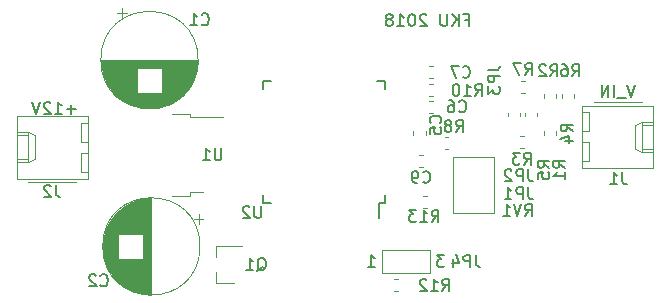
<source format=gbr>
G04 #@! TF.GenerationSoftware,KiCad,Pcbnew,(6.0.0-rc1-dev-950-ga5c892d9c)*
G04 #@! TF.CreationDate,2018-10-25T20:30:48+02:00*
G04 #@! TF.ProjectId,adc_7seg_v0,6164635F377365675F76302E6B696361,rev?*
G04 #@! TF.SameCoordinates,Original*
G04 #@! TF.FileFunction,Legend,Bot*
G04 #@! TF.FilePolarity,Positive*
%FSLAX46Y46*%
G04 Gerber Fmt 4.6, Leading zero omitted, Abs format (unit mm)*
G04 Created by KiCad (PCBNEW (6.0.0-rc1-dev-950-ga5c892d9c)) date 25.10.2018 20:30:48*
%MOMM*%
%LPD*%
G01*
G04 APERTURE LIST*
%ADD10C,0.150000*%
%ADD11C,0.120000*%
G04 APERTURE END LIST*
D10*
X196905166Y-80129071D02*
X197238500Y-80129071D01*
X197238500Y-80652880D02*
X197238500Y-79652880D01*
X196762309Y-79652880D01*
X196381357Y-80652880D02*
X196381357Y-79652880D01*
X195809928Y-80652880D02*
X196238500Y-80081452D01*
X195809928Y-79652880D02*
X196381357Y-80224309D01*
X195381357Y-79652880D02*
X195381357Y-80462404D01*
X195333738Y-80557642D01*
X195286119Y-80605261D01*
X195190880Y-80652880D01*
X195000404Y-80652880D01*
X194905166Y-80605261D01*
X194857547Y-80557642D01*
X194809928Y-80462404D01*
X194809928Y-79652880D01*
X193619452Y-79748119D02*
X193571833Y-79700500D01*
X193476595Y-79652880D01*
X193238500Y-79652880D01*
X193143261Y-79700500D01*
X193095642Y-79748119D01*
X193048023Y-79843357D01*
X193048023Y-79938595D01*
X193095642Y-80081452D01*
X193667071Y-80652880D01*
X193048023Y-80652880D01*
X192428976Y-79652880D02*
X192333738Y-79652880D01*
X192238500Y-79700500D01*
X192190880Y-79748119D01*
X192143261Y-79843357D01*
X192095642Y-80033833D01*
X192095642Y-80271928D01*
X192143261Y-80462404D01*
X192190880Y-80557642D01*
X192238500Y-80605261D01*
X192333738Y-80652880D01*
X192428976Y-80652880D01*
X192524214Y-80605261D01*
X192571833Y-80557642D01*
X192619452Y-80462404D01*
X192667071Y-80271928D01*
X192667071Y-80033833D01*
X192619452Y-79843357D01*
X192571833Y-79748119D01*
X192524214Y-79700500D01*
X192428976Y-79652880D01*
X191143261Y-80652880D02*
X191714690Y-80652880D01*
X191428976Y-80652880D02*
X191428976Y-79652880D01*
X191524214Y-79795738D01*
X191619452Y-79890976D01*
X191714690Y-79938595D01*
X190571833Y-80081452D02*
X190667071Y-80033833D01*
X190714690Y-79986214D01*
X190762309Y-79890976D01*
X190762309Y-79843357D01*
X190714690Y-79748119D01*
X190667071Y-79700500D01*
X190571833Y-79652880D01*
X190381357Y-79652880D01*
X190286119Y-79700500D01*
X190238500Y-79748119D01*
X190190880Y-79843357D01*
X190190880Y-79890976D01*
X190238500Y-79986214D01*
X190286119Y-80033833D01*
X190381357Y-80081452D01*
X190571833Y-80081452D01*
X190667071Y-80129071D01*
X190714690Y-80176690D01*
X190762309Y-80271928D01*
X190762309Y-80462404D01*
X190714690Y-80557642D01*
X190667071Y-80605261D01*
X190571833Y-80652880D01*
X190381357Y-80652880D01*
X190286119Y-80605261D01*
X190238500Y-80557642D01*
X190190880Y-80462404D01*
X190190880Y-80271928D01*
X190238500Y-80176690D01*
X190286119Y-80129071D01*
X190381357Y-80081452D01*
X211280190Y-85685380D02*
X210946857Y-86685380D01*
X210613523Y-85685380D01*
X210518285Y-86780619D02*
X209756380Y-86780619D01*
X209518285Y-86685380D02*
X209518285Y-85685380D01*
X209042095Y-86685380D02*
X209042095Y-85685380D01*
X208470666Y-86685380D01*
X208470666Y-85685380D01*
X163940904Y-87701428D02*
X163179000Y-87701428D01*
X163559952Y-88082380D02*
X163559952Y-87320476D01*
X162179000Y-88082380D02*
X162750428Y-88082380D01*
X162464714Y-88082380D02*
X162464714Y-87082380D01*
X162559952Y-87225238D01*
X162655190Y-87320476D01*
X162750428Y-87368095D01*
X161798047Y-87177619D02*
X161750428Y-87130000D01*
X161655190Y-87082380D01*
X161417095Y-87082380D01*
X161321857Y-87130000D01*
X161274238Y-87177619D01*
X161226619Y-87272857D01*
X161226619Y-87368095D01*
X161274238Y-87510952D01*
X161845666Y-88082380D01*
X161226619Y-88082380D01*
X160940904Y-87082380D02*
X160607571Y-88082380D01*
X160274238Y-87082380D01*
D11*
G04 #@! TO.C,J2*
X164355000Y-88862000D02*
X164955000Y-88862000D01*
X164355000Y-90462000D02*
X164355000Y-88862000D01*
X164955000Y-90462000D02*
X164355000Y-90462000D01*
X164355000Y-91402000D02*
X164955000Y-91402000D01*
X164355000Y-93002000D02*
X164355000Y-91402000D01*
X164955000Y-93002000D02*
X164355000Y-93002000D01*
X158935000Y-89912000D02*
X159935000Y-89912000D01*
X158935000Y-91952000D02*
X159935000Y-91952000D01*
X160465000Y-89912000D02*
X159935000Y-89662000D01*
X160465000Y-91952000D02*
X160465000Y-89912000D01*
X159935000Y-92202000D02*
X160465000Y-91952000D01*
X159935000Y-89662000D02*
X158935000Y-89662000D01*
X159935000Y-92202000D02*
X159935000Y-89662000D01*
X158935000Y-92202000D02*
X159935000Y-92202000D01*
X163925000Y-93872000D02*
X159925000Y-93872000D01*
X164955000Y-88282000D02*
X164955000Y-93582000D01*
X158935000Y-88282000D02*
X164955000Y-88282000D01*
X158935000Y-93582000D02*
X158935000Y-88282000D01*
X164955000Y-93582000D02*
X158935000Y-93582000D01*
G04 #@! TO.C,Q1*
X175833500Y-102418000D02*
X175833500Y-101488000D01*
X175833500Y-99258000D02*
X175833500Y-100188000D01*
X175833500Y-99258000D02*
X177993500Y-99258000D01*
X175833500Y-102418000D02*
X177293500Y-102418000D01*
G04 #@! TO.C,RV1*
X195862000Y-96507000D02*
X195862000Y-91707000D01*
X199362000Y-96507000D02*
X199362000Y-91707000D01*
X199362000Y-96507000D02*
X195862000Y-96507000D01*
X199362000Y-91707000D02*
X195862000Y-91707000D01*
D10*
G04 #@! TO.C,U2*
X190150500Y-95662500D02*
X189575500Y-95662500D01*
X190150500Y-85312500D02*
X189475500Y-85312500D01*
X179800500Y-85312500D02*
X180475500Y-85312500D01*
X179800500Y-95662500D02*
X180475500Y-95662500D01*
X190150500Y-95662500D02*
X190150500Y-94987500D01*
X179800500Y-95662500D02*
X179800500Y-94987500D01*
X179800500Y-85312500D02*
X179800500Y-85987500D01*
X190150500Y-85312500D02*
X190150500Y-85987500D01*
X189575500Y-95662500D02*
X189575500Y-96937500D01*
D11*
G04 #@! TO.C,U1*
X172107000Y-88117000D02*
X173607000Y-88117000D01*
X173607000Y-88117000D02*
X173607000Y-88387000D01*
X173607000Y-88387000D02*
X176437000Y-88387000D01*
X172107000Y-95017000D02*
X173607000Y-95017000D01*
X173607000Y-95017000D02*
X173607000Y-94747000D01*
X173607000Y-94747000D02*
X174707000Y-94747000D01*
G04 #@! TO.C,R13*
X193647279Y-95057500D02*
X193321721Y-95057500D01*
X193647279Y-96077500D02*
X193321721Y-96077500D01*
G04 #@! TO.C,R12*
X191234279Y-103126000D02*
X190908721Y-103126000D01*
X191234279Y-102106000D02*
X190908721Y-102106000D01*
G04 #@! TO.C,R10*
X193829721Y-86552500D02*
X194155279Y-86552500D01*
X193829721Y-85532500D02*
X194155279Y-85532500D01*
G04 #@! TO.C,R8*
X195163221Y-91061000D02*
X195488779Y-91061000D01*
X195163221Y-90041000D02*
X195488779Y-90041000D01*
G04 #@! TO.C,R7*
X201991179Y-85291200D02*
X201665621Y-85291200D01*
X201991179Y-86311200D02*
X201665621Y-86311200D01*
G04 #@! TO.C,R6*
X206148400Y-86725979D02*
X206148400Y-86400421D01*
X205128400Y-86725979D02*
X205128400Y-86400421D01*
G04 #@! TO.C,R5*
X201512900Y-88313479D02*
X201512900Y-87987921D01*
X200492900Y-88313479D02*
X200492900Y-87987921D01*
G04 #@! TO.C,R4*
X204624400Y-89900979D02*
X204624400Y-89575421D01*
X203604400Y-89900979D02*
X203604400Y-89575421D01*
G04 #@! TO.C,R3*
X201538621Y-91010200D02*
X201864179Y-91010200D01*
X201538621Y-89990200D02*
X201864179Y-89990200D01*
G04 #@! TO.C,R2*
X204624400Y-86725979D02*
X204624400Y-86400421D01*
X203604400Y-86725979D02*
X203604400Y-86400421D01*
G04 #@! TO.C,R1*
X202973400Y-88313479D02*
X202973400Y-87987921D01*
X201953400Y-88313479D02*
X201953400Y-87987921D01*
G04 #@! TO.C,JP4*
X189847000Y-101584000D02*
X193947000Y-101584000D01*
X193947000Y-101584000D02*
X193947000Y-99584000D01*
X193947000Y-99584000D02*
X189847000Y-99584000D01*
X189847000Y-99584000D02*
X189847000Y-101584000D01*
G04 #@! TO.C,J1*
X206824800Y-87393000D02*
X212844800Y-87393000D01*
X212844800Y-87393000D02*
X212844800Y-92693000D01*
X212844800Y-92693000D02*
X206824800Y-92693000D01*
X206824800Y-92693000D02*
X206824800Y-87393000D01*
X207854800Y-87103000D02*
X211854800Y-87103000D01*
X212844800Y-88773000D02*
X211844800Y-88773000D01*
X211844800Y-88773000D02*
X211844800Y-91313000D01*
X211844800Y-91313000D02*
X212844800Y-91313000D01*
X211844800Y-88773000D02*
X211314800Y-89023000D01*
X211314800Y-89023000D02*
X211314800Y-91063000D01*
X211314800Y-91063000D02*
X211844800Y-91313000D01*
X212844800Y-89023000D02*
X211844800Y-89023000D01*
X212844800Y-91063000D02*
X211844800Y-91063000D01*
X206824800Y-87973000D02*
X207424800Y-87973000D01*
X207424800Y-87973000D02*
X207424800Y-89573000D01*
X207424800Y-89573000D02*
X206824800Y-89573000D01*
X206824800Y-90513000D02*
X207424800Y-90513000D01*
X207424800Y-90513000D02*
X207424800Y-92113000D01*
X207424800Y-92113000D02*
X206824800Y-92113000D01*
G04 #@! TO.C,C9*
X193329779Y-91565000D02*
X193004221Y-91565000D01*
X193329779Y-92585000D02*
X193004221Y-92585000D01*
G04 #@! TO.C,C7*
X193829721Y-85092000D02*
X194155279Y-85092000D01*
X193829721Y-84072000D02*
X194155279Y-84072000D01*
G04 #@! TO.C,C6*
X193829721Y-88013000D02*
X194155279Y-88013000D01*
X193829721Y-86993000D02*
X194155279Y-86993000D01*
G04 #@! TO.C,C5*
X193550000Y-89888279D02*
X193550000Y-89562721D01*
X192530000Y-89888279D02*
X192530000Y-89562721D01*
G04 #@! TO.C,C2*
X174344698Y-96599000D02*
X174344698Y-97399000D01*
X174744698Y-96999000D02*
X173944698Y-96999000D01*
X166254000Y-98781000D02*
X166254000Y-99847000D01*
X166294000Y-98546000D02*
X166294000Y-100082000D01*
X166334000Y-98366000D02*
X166334000Y-100262000D01*
X166374000Y-98216000D02*
X166374000Y-100412000D01*
X166414000Y-98085000D02*
X166414000Y-100543000D01*
X166454000Y-97968000D02*
X166454000Y-100660000D01*
X166494000Y-97861000D02*
X166494000Y-100767000D01*
X166534000Y-97762000D02*
X166534000Y-100866000D01*
X166574000Y-97669000D02*
X166574000Y-100959000D01*
X166614000Y-97583000D02*
X166614000Y-101045000D01*
X166654000Y-97501000D02*
X166654000Y-101127000D01*
X166694000Y-97424000D02*
X166694000Y-101204000D01*
X166734000Y-97350000D02*
X166734000Y-101278000D01*
X166774000Y-97280000D02*
X166774000Y-101348000D01*
X166814000Y-97212000D02*
X166814000Y-101416000D01*
X166854000Y-97148000D02*
X166854000Y-101480000D01*
X166894000Y-97086000D02*
X166894000Y-101542000D01*
X166934000Y-97027000D02*
X166934000Y-101601000D01*
X166974000Y-96969000D02*
X166974000Y-101659000D01*
X167014000Y-96914000D02*
X167014000Y-101714000D01*
X167054000Y-96860000D02*
X167054000Y-101768000D01*
X167094000Y-96809000D02*
X167094000Y-101819000D01*
X167134000Y-96758000D02*
X167134000Y-101870000D01*
X167174000Y-96710000D02*
X167174000Y-101918000D01*
X167214000Y-96663000D02*
X167214000Y-101965000D01*
X167254000Y-96617000D02*
X167254000Y-102011000D01*
X167294000Y-96573000D02*
X167294000Y-102055000D01*
X167334000Y-96530000D02*
X167334000Y-102098000D01*
X167374000Y-96488000D02*
X167374000Y-102140000D01*
X167414000Y-96447000D02*
X167414000Y-102181000D01*
X167454000Y-96407000D02*
X167454000Y-102221000D01*
X167494000Y-96369000D02*
X167494000Y-102259000D01*
X167534000Y-96331000D02*
X167534000Y-102297000D01*
X167574000Y-100354000D02*
X167574000Y-102333000D01*
X167574000Y-96295000D02*
X167574000Y-98274000D01*
X167614000Y-100354000D02*
X167614000Y-102369000D01*
X167614000Y-96259000D02*
X167614000Y-98274000D01*
X167654000Y-100354000D02*
X167654000Y-102404000D01*
X167654000Y-96224000D02*
X167654000Y-98274000D01*
X167694000Y-100354000D02*
X167694000Y-102438000D01*
X167694000Y-96190000D02*
X167694000Y-98274000D01*
X167734000Y-100354000D02*
X167734000Y-102470000D01*
X167734000Y-96158000D02*
X167734000Y-98274000D01*
X167774000Y-100354000D02*
X167774000Y-102503000D01*
X167774000Y-96125000D02*
X167774000Y-98274000D01*
X167814000Y-100354000D02*
X167814000Y-102534000D01*
X167814000Y-96094000D02*
X167814000Y-98274000D01*
X167854000Y-100354000D02*
X167854000Y-102564000D01*
X167854000Y-96064000D02*
X167854000Y-98274000D01*
X167894000Y-100354000D02*
X167894000Y-102594000D01*
X167894000Y-96034000D02*
X167894000Y-98274000D01*
X167934000Y-100354000D02*
X167934000Y-102623000D01*
X167934000Y-96005000D02*
X167934000Y-98274000D01*
X167974000Y-100354000D02*
X167974000Y-102652000D01*
X167974000Y-95976000D02*
X167974000Y-98274000D01*
X168014000Y-100354000D02*
X168014000Y-102679000D01*
X168014000Y-95949000D02*
X168014000Y-98274000D01*
X168054000Y-100354000D02*
X168054000Y-102706000D01*
X168054000Y-95922000D02*
X168054000Y-98274000D01*
X168094000Y-100354000D02*
X168094000Y-102732000D01*
X168094000Y-95896000D02*
X168094000Y-98274000D01*
X168134000Y-100354000D02*
X168134000Y-102758000D01*
X168134000Y-95870000D02*
X168134000Y-98274000D01*
X168174000Y-100354000D02*
X168174000Y-102783000D01*
X168174000Y-95845000D02*
X168174000Y-98274000D01*
X168214000Y-100354000D02*
X168214000Y-102807000D01*
X168214000Y-95821000D02*
X168214000Y-98274000D01*
X168254000Y-100354000D02*
X168254000Y-102831000D01*
X168254000Y-95797000D02*
X168254000Y-98274000D01*
X168294000Y-100354000D02*
X168294000Y-102854000D01*
X168294000Y-95774000D02*
X168294000Y-98274000D01*
X168334000Y-100354000D02*
X168334000Y-102876000D01*
X168334000Y-95752000D02*
X168334000Y-98274000D01*
X168374000Y-100354000D02*
X168374000Y-102898000D01*
X168374000Y-95730000D02*
X168374000Y-98274000D01*
X168414000Y-100354000D02*
X168414000Y-102920000D01*
X168414000Y-95708000D02*
X168414000Y-98274000D01*
X168454000Y-100354000D02*
X168454000Y-102941000D01*
X168454000Y-95687000D02*
X168454000Y-98274000D01*
X168494000Y-100354000D02*
X168494000Y-102961000D01*
X168494000Y-95667000D02*
X168494000Y-98274000D01*
X168534000Y-100354000D02*
X168534000Y-102980000D01*
X168534000Y-95648000D02*
X168534000Y-98274000D01*
X168574000Y-100354000D02*
X168574000Y-103000000D01*
X168574000Y-95628000D02*
X168574000Y-98274000D01*
X168614000Y-100354000D02*
X168614000Y-103018000D01*
X168614000Y-95610000D02*
X168614000Y-98274000D01*
X168654000Y-100354000D02*
X168654000Y-103036000D01*
X168654000Y-95592000D02*
X168654000Y-98274000D01*
X168694000Y-100354000D02*
X168694000Y-103054000D01*
X168694000Y-95574000D02*
X168694000Y-98274000D01*
X168734000Y-100354000D02*
X168734000Y-103071000D01*
X168734000Y-95557000D02*
X168734000Y-98274000D01*
X168774000Y-100354000D02*
X168774000Y-103088000D01*
X168774000Y-95540000D02*
X168774000Y-98274000D01*
X168814000Y-100354000D02*
X168814000Y-103104000D01*
X168814000Y-95524000D02*
X168814000Y-98274000D01*
X168854000Y-100354000D02*
X168854000Y-103119000D01*
X168854000Y-95509000D02*
X168854000Y-98274000D01*
X168894000Y-100354000D02*
X168894000Y-103135000D01*
X168894000Y-95493000D02*
X168894000Y-98274000D01*
X168934000Y-100354000D02*
X168934000Y-103149000D01*
X168934000Y-95479000D02*
X168934000Y-98274000D01*
X168974000Y-100354000D02*
X168974000Y-103164000D01*
X168974000Y-95464000D02*
X168974000Y-98274000D01*
X169014000Y-100354000D02*
X169014000Y-103177000D01*
X169014000Y-95451000D02*
X169014000Y-98274000D01*
X169054000Y-100354000D02*
X169054000Y-103191000D01*
X169054000Y-95437000D02*
X169054000Y-98274000D01*
X169094000Y-100354000D02*
X169094000Y-103203000D01*
X169094000Y-95425000D02*
X169094000Y-98274000D01*
X169134000Y-100354000D02*
X169134000Y-103216000D01*
X169134000Y-95412000D02*
X169134000Y-98274000D01*
X169174000Y-100354000D02*
X169174000Y-103228000D01*
X169174000Y-95400000D02*
X169174000Y-98274000D01*
X169214000Y-100354000D02*
X169214000Y-103239000D01*
X169214000Y-95389000D02*
X169214000Y-98274000D01*
X169254000Y-100354000D02*
X169254000Y-103250000D01*
X169254000Y-95378000D02*
X169254000Y-98274000D01*
X169294000Y-100354000D02*
X169294000Y-103261000D01*
X169294000Y-95367000D02*
X169294000Y-98274000D01*
X169334000Y-100354000D02*
X169334000Y-103271000D01*
X169334000Y-95357000D02*
X169334000Y-98274000D01*
X169374000Y-100354000D02*
X169374000Y-103281000D01*
X169374000Y-95347000D02*
X169374000Y-98274000D01*
X169414000Y-100354000D02*
X169414000Y-103290000D01*
X169414000Y-95338000D02*
X169414000Y-98274000D01*
X169454000Y-100354000D02*
X169454000Y-103299000D01*
X169454000Y-95329000D02*
X169454000Y-98274000D01*
X169494000Y-100354000D02*
X169494000Y-103308000D01*
X169494000Y-95320000D02*
X169494000Y-98274000D01*
X169534000Y-100354000D02*
X169534000Y-103316000D01*
X169534000Y-95312000D02*
X169534000Y-98274000D01*
X169574000Y-100354000D02*
X169574000Y-103324000D01*
X169574000Y-95304000D02*
X169574000Y-98274000D01*
X169614000Y-100354000D02*
X169614000Y-103331000D01*
X169614000Y-95297000D02*
X169614000Y-98274000D01*
X169655000Y-95290000D02*
X169655000Y-103338000D01*
X169695000Y-95284000D02*
X169695000Y-103344000D01*
X169735000Y-95277000D02*
X169735000Y-103351000D01*
X169775000Y-95272000D02*
X169775000Y-103356000D01*
X169815000Y-95266000D02*
X169815000Y-103362000D01*
X169855000Y-95262000D02*
X169855000Y-103366000D01*
X169895000Y-95257000D02*
X169895000Y-103371000D01*
X169935000Y-95253000D02*
X169935000Y-103375000D01*
X169975000Y-95249000D02*
X169975000Y-103379000D01*
X170015000Y-95246000D02*
X170015000Y-103382000D01*
X170055000Y-95243000D02*
X170055000Y-103385000D01*
X170095000Y-95240000D02*
X170095000Y-103388000D01*
X170135000Y-95238000D02*
X170135000Y-103390000D01*
X170175000Y-95237000D02*
X170175000Y-103391000D01*
X170215000Y-95235000D02*
X170215000Y-103393000D01*
X170255000Y-95234000D02*
X170255000Y-103394000D01*
X170295000Y-95234000D02*
X170295000Y-103394000D01*
X170335000Y-95234000D02*
X170335000Y-103394000D01*
X174455000Y-99314000D02*
G75*
G03X174455000Y-99314000I-4120000J0D01*
G01*
G04 #@! TO.C,C1*
X167465000Y-79528302D02*
X168265000Y-79528302D01*
X167865000Y-79128302D02*
X167865000Y-79928302D01*
X169647000Y-87619000D02*
X170713000Y-87619000D01*
X169412000Y-87579000D02*
X170948000Y-87579000D01*
X169232000Y-87539000D02*
X171128000Y-87539000D01*
X169082000Y-87499000D02*
X171278000Y-87499000D01*
X168951000Y-87459000D02*
X171409000Y-87459000D01*
X168834000Y-87419000D02*
X171526000Y-87419000D01*
X168727000Y-87379000D02*
X171633000Y-87379000D01*
X168628000Y-87339000D02*
X171732000Y-87339000D01*
X168535000Y-87299000D02*
X171825000Y-87299000D01*
X168449000Y-87259000D02*
X171911000Y-87259000D01*
X168367000Y-87219000D02*
X171993000Y-87219000D01*
X168290000Y-87179000D02*
X172070000Y-87179000D01*
X168216000Y-87139000D02*
X172144000Y-87139000D01*
X168146000Y-87099000D02*
X172214000Y-87099000D01*
X168078000Y-87059000D02*
X172282000Y-87059000D01*
X168014000Y-87019000D02*
X172346000Y-87019000D01*
X167952000Y-86979000D02*
X172408000Y-86979000D01*
X167893000Y-86939000D02*
X172467000Y-86939000D01*
X167835000Y-86899000D02*
X172525000Y-86899000D01*
X167780000Y-86859000D02*
X172580000Y-86859000D01*
X167726000Y-86819000D02*
X172634000Y-86819000D01*
X167675000Y-86779000D02*
X172685000Y-86779000D01*
X167624000Y-86739000D02*
X172736000Y-86739000D01*
X167576000Y-86699000D02*
X172784000Y-86699000D01*
X167529000Y-86659000D02*
X172831000Y-86659000D01*
X167483000Y-86619000D02*
X172877000Y-86619000D01*
X167439000Y-86579000D02*
X172921000Y-86579000D01*
X167396000Y-86539000D02*
X172964000Y-86539000D01*
X167354000Y-86499000D02*
X173006000Y-86499000D01*
X167313000Y-86459000D02*
X173047000Y-86459000D01*
X167273000Y-86419000D02*
X173087000Y-86419000D01*
X167235000Y-86379000D02*
X173125000Y-86379000D01*
X167197000Y-86339000D02*
X173163000Y-86339000D01*
X171220000Y-86299000D02*
X173199000Y-86299000D01*
X167161000Y-86299000D02*
X169140000Y-86299000D01*
X171220000Y-86259000D02*
X173235000Y-86259000D01*
X167125000Y-86259000D02*
X169140000Y-86259000D01*
X171220000Y-86219000D02*
X173270000Y-86219000D01*
X167090000Y-86219000D02*
X169140000Y-86219000D01*
X171220000Y-86179000D02*
X173304000Y-86179000D01*
X167056000Y-86179000D02*
X169140000Y-86179000D01*
X171220000Y-86139000D02*
X173336000Y-86139000D01*
X167024000Y-86139000D02*
X169140000Y-86139000D01*
X171220000Y-86099000D02*
X173369000Y-86099000D01*
X166991000Y-86099000D02*
X169140000Y-86099000D01*
X171220000Y-86059000D02*
X173400000Y-86059000D01*
X166960000Y-86059000D02*
X169140000Y-86059000D01*
X171220000Y-86019000D02*
X173430000Y-86019000D01*
X166930000Y-86019000D02*
X169140000Y-86019000D01*
X171220000Y-85979000D02*
X173460000Y-85979000D01*
X166900000Y-85979000D02*
X169140000Y-85979000D01*
X171220000Y-85939000D02*
X173489000Y-85939000D01*
X166871000Y-85939000D02*
X169140000Y-85939000D01*
X171220000Y-85899000D02*
X173518000Y-85899000D01*
X166842000Y-85899000D02*
X169140000Y-85899000D01*
X171220000Y-85859000D02*
X173545000Y-85859000D01*
X166815000Y-85859000D02*
X169140000Y-85859000D01*
X171220000Y-85819000D02*
X173572000Y-85819000D01*
X166788000Y-85819000D02*
X169140000Y-85819000D01*
X171220000Y-85779000D02*
X173598000Y-85779000D01*
X166762000Y-85779000D02*
X169140000Y-85779000D01*
X171220000Y-85739000D02*
X173624000Y-85739000D01*
X166736000Y-85739000D02*
X169140000Y-85739000D01*
X171220000Y-85699000D02*
X173649000Y-85699000D01*
X166711000Y-85699000D02*
X169140000Y-85699000D01*
X171220000Y-85659000D02*
X173673000Y-85659000D01*
X166687000Y-85659000D02*
X169140000Y-85659000D01*
X171220000Y-85619000D02*
X173697000Y-85619000D01*
X166663000Y-85619000D02*
X169140000Y-85619000D01*
X171220000Y-85579000D02*
X173720000Y-85579000D01*
X166640000Y-85579000D02*
X169140000Y-85579000D01*
X171220000Y-85539000D02*
X173742000Y-85539000D01*
X166618000Y-85539000D02*
X169140000Y-85539000D01*
X171220000Y-85499000D02*
X173764000Y-85499000D01*
X166596000Y-85499000D02*
X169140000Y-85499000D01*
X171220000Y-85459000D02*
X173786000Y-85459000D01*
X166574000Y-85459000D02*
X169140000Y-85459000D01*
X171220000Y-85419000D02*
X173807000Y-85419000D01*
X166553000Y-85419000D02*
X169140000Y-85419000D01*
X171220000Y-85379000D02*
X173827000Y-85379000D01*
X166533000Y-85379000D02*
X169140000Y-85379000D01*
X171220000Y-85339000D02*
X173846000Y-85339000D01*
X166514000Y-85339000D02*
X169140000Y-85339000D01*
X171220000Y-85299000D02*
X173866000Y-85299000D01*
X166494000Y-85299000D02*
X169140000Y-85299000D01*
X171220000Y-85259000D02*
X173884000Y-85259000D01*
X166476000Y-85259000D02*
X169140000Y-85259000D01*
X171220000Y-85219000D02*
X173902000Y-85219000D01*
X166458000Y-85219000D02*
X169140000Y-85219000D01*
X171220000Y-85179000D02*
X173920000Y-85179000D01*
X166440000Y-85179000D02*
X169140000Y-85179000D01*
X171220000Y-85139000D02*
X173937000Y-85139000D01*
X166423000Y-85139000D02*
X169140000Y-85139000D01*
X171220000Y-85099000D02*
X173954000Y-85099000D01*
X166406000Y-85099000D02*
X169140000Y-85099000D01*
X171220000Y-85059000D02*
X173970000Y-85059000D01*
X166390000Y-85059000D02*
X169140000Y-85059000D01*
X171220000Y-85019000D02*
X173985000Y-85019000D01*
X166375000Y-85019000D02*
X169140000Y-85019000D01*
X171220000Y-84979000D02*
X174001000Y-84979000D01*
X166359000Y-84979000D02*
X169140000Y-84979000D01*
X171220000Y-84939000D02*
X174015000Y-84939000D01*
X166345000Y-84939000D02*
X169140000Y-84939000D01*
X171220000Y-84899000D02*
X174030000Y-84899000D01*
X166330000Y-84899000D02*
X169140000Y-84899000D01*
X171220000Y-84859000D02*
X174043000Y-84859000D01*
X166317000Y-84859000D02*
X169140000Y-84859000D01*
X171220000Y-84819000D02*
X174057000Y-84819000D01*
X166303000Y-84819000D02*
X169140000Y-84819000D01*
X171220000Y-84779000D02*
X174069000Y-84779000D01*
X166291000Y-84779000D02*
X169140000Y-84779000D01*
X171220000Y-84739000D02*
X174082000Y-84739000D01*
X166278000Y-84739000D02*
X169140000Y-84739000D01*
X171220000Y-84699000D02*
X174094000Y-84699000D01*
X166266000Y-84699000D02*
X169140000Y-84699000D01*
X171220000Y-84659000D02*
X174105000Y-84659000D01*
X166255000Y-84659000D02*
X169140000Y-84659000D01*
X171220000Y-84619000D02*
X174116000Y-84619000D01*
X166244000Y-84619000D02*
X169140000Y-84619000D01*
X171220000Y-84579000D02*
X174127000Y-84579000D01*
X166233000Y-84579000D02*
X169140000Y-84579000D01*
X171220000Y-84539000D02*
X174137000Y-84539000D01*
X166223000Y-84539000D02*
X169140000Y-84539000D01*
X171220000Y-84499000D02*
X174147000Y-84499000D01*
X166213000Y-84499000D02*
X169140000Y-84499000D01*
X171220000Y-84459000D02*
X174156000Y-84459000D01*
X166204000Y-84459000D02*
X169140000Y-84459000D01*
X171220000Y-84419000D02*
X174165000Y-84419000D01*
X166195000Y-84419000D02*
X169140000Y-84419000D01*
X171220000Y-84379000D02*
X174174000Y-84379000D01*
X166186000Y-84379000D02*
X169140000Y-84379000D01*
X171220000Y-84339000D02*
X174182000Y-84339000D01*
X166178000Y-84339000D02*
X169140000Y-84339000D01*
X171220000Y-84299000D02*
X174190000Y-84299000D01*
X166170000Y-84299000D02*
X169140000Y-84299000D01*
X171220000Y-84259000D02*
X174197000Y-84259000D01*
X166163000Y-84259000D02*
X169140000Y-84259000D01*
X166156000Y-84218000D02*
X174204000Y-84218000D01*
X166150000Y-84178000D02*
X174210000Y-84178000D01*
X166143000Y-84138000D02*
X174217000Y-84138000D01*
X166138000Y-84098000D02*
X174222000Y-84098000D01*
X166132000Y-84058000D02*
X174228000Y-84058000D01*
X166128000Y-84018000D02*
X174232000Y-84018000D01*
X166123000Y-83978000D02*
X174237000Y-83978000D01*
X166119000Y-83938000D02*
X174241000Y-83938000D01*
X166115000Y-83898000D02*
X174245000Y-83898000D01*
X166112000Y-83858000D02*
X174248000Y-83858000D01*
X166109000Y-83818000D02*
X174251000Y-83818000D01*
X166106000Y-83778000D02*
X174254000Y-83778000D01*
X166104000Y-83738000D02*
X174256000Y-83738000D01*
X166103000Y-83698000D02*
X174257000Y-83698000D01*
X166101000Y-83658000D02*
X174259000Y-83658000D01*
X166100000Y-83618000D02*
X174260000Y-83618000D01*
X166100000Y-83578000D02*
X174260000Y-83578000D01*
X166100000Y-83538000D02*
X174260000Y-83538000D01*
X174300000Y-83538000D02*
G75*
G03X174300000Y-83538000I-4120000J0D01*
G01*
G04 #@! TO.C,J2*
D10*
X162258333Y-94130880D02*
X162258333Y-94845166D01*
X162305952Y-94988023D01*
X162401190Y-95083261D01*
X162544047Y-95130880D01*
X162639285Y-95130880D01*
X161829761Y-94226119D02*
X161782142Y-94178500D01*
X161686904Y-94130880D01*
X161448809Y-94130880D01*
X161353571Y-94178500D01*
X161305952Y-94226119D01*
X161258333Y-94321357D01*
X161258333Y-94416595D01*
X161305952Y-94559452D01*
X161877380Y-95130880D01*
X161258333Y-95130880D01*
G04 #@! TO.C,Q1*
X179292238Y-101385619D02*
X179387476Y-101338000D01*
X179482714Y-101242761D01*
X179625571Y-101099904D01*
X179720809Y-101052285D01*
X179816047Y-101052285D01*
X179768428Y-101290380D02*
X179863666Y-101242761D01*
X179958904Y-101147523D01*
X180006523Y-100957047D01*
X180006523Y-100623714D01*
X179958904Y-100433238D01*
X179863666Y-100338000D01*
X179768428Y-100290380D01*
X179577952Y-100290380D01*
X179482714Y-100338000D01*
X179387476Y-100433238D01*
X179339857Y-100623714D01*
X179339857Y-100957047D01*
X179387476Y-101147523D01*
X179482714Y-101242761D01*
X179577952Y-101290380D01*
X179768428Y-101290380D01*
X178387476Y-101290380D02*
X178958904Y-101290380D01*
X178673190Y-101290380D02*
X178673190Y-100290380D01*
X178768428Y-100433238D01*
X178863666Y-100528476D01*
X178958904Y-100576095D01*
G04 #@! TO.C,RV1*
X201953738Y-96718380D02*
X202287071Y-96242190D01*
X202525166Y-96718380D02*
X202525166Y-95718380D01*
X202144214Y-95718380D01*
X202048976Y-95766000D01*
X202001357Y-95813619D01*
X201953738Y-95908857D01*
X201953738Y-96051714D01*
X202001357Y-96146952D01*
X202048976Y-96194571D01*
X202144214Y-96242190D01*
X202525166Y-96242190D01*
X201668023Y-95718380D02*
X201334690Y-96718380D01*
X201001357Y-95718380D01*
X200144214Y-96718380D02*
X200715642Y-96718380D01*
X200429928Y-96718380D02*
X200429928Y-95718380D01*
X200525166Y-95861238D01*
X200620404Y-95956476D01*
X200715642Y-96004095D01*
G04 #@! TO.C,JP3*
X198842380Y-84383666D02*
X199556666Y-84383666D01*
X199699523Y-84336047D01*
X199794761Y-84240809D01*
X199842380Y-84097952D01*
X199842380Y-84002714D01*
X199842380Y-84859857D02*
X198842380Y-84859857D01*
X198842380Y-85240809D01*
X198890000Y-85336047D01*
X198937619Y-85383666D01*
X199032857Y-85431285D01*
X199175714Y-85431285D01*
X199270952Y-85383666D01*
X199318571Y-85336047D01*
X199366190Y-85240809D01*
X199366190Y-84859857D01*
X198842380Y-85764619D02*
X198842380Y-86383666D01*
X199223333Y-86050333D01*
X199223333Y-86193190D01*
X199270952Y-86288428D01*
X199318571Y-86336047D01*
X199413809Y-86383666D01*
X199651904Y-86383666D01*
X199747142Y-86336047D01*
X199794761Y-86288428D01*
X199842380Y-86193190D01*
X199842380Y-85907476D01*
X199794761Y-85812238D01*
X199747142Y-85764619D01*
G04 #@! TO.C,JP2*
X202255333Y-92797380D02*
X202255333Y-93511666D01*
X202302952Y-93654523D01*
X202398190Y-93749761D01*
X202541047Y-93797380D01*
X202636285Y-93797380D01*
X201779142Y-93797380D02*
X201779142Y-92797380D01*
X201398190Y-92797380D01*
X201302952Y-92845000D01*
X201255333Y-92892619D01*
X201207714Y-92987857D01*
X201207714Y-93130714D01*
X201255333Y-93225952D01*
X201302952Y-93273571D01*
X201398190Y-93321190D01*
X201779142Y-93321190D01*
X200826761Y-92892619D02*
X200779142Y-92845000D01*
X200683904Y-92797380D01*
X200445809Y-92797380D01*
X200350571Y-92845000D01*
X200302952Y-92892619D01*
X200255333Y-92987857D01*
X200255333Y-93083095D01*
X200302952Y-93225952D01*
X200874380Y-93797380D01*
X200255333Y-93797380D01*
G04 #@! TO.C,JP1*
X202255333Y-94321380D02*
X202255333Y-95035666D01*
X202302952Y-95178523D01*
X202398190Y-95273761D01*
X202541047Y-95321380D01*
X202636285Y-95321380D01*
X201779142Y-95321380D02*
X201779142Y-94321380D01*
X201398190Y-94321380D01*
X201302952Y-94369000D01*
X201255333Y-94416619D01*
X201207714Y-94511857D01*
X201207714Y-94654714D01*
X201255333Y-94749952D01*
X201302952Y-94797571D01*
X201398190Y-94845190D01*
X201779142Y-94845190D01*
X200255333Y-95321380D02*
X200826761Y-95321380D01*
X200541047Y-95321380D02*
X200541047Y-94321380D01*
X200636285Y-94464238D01*
X200731523Y-94559476D01*
X200826761Y-94607095D01*
G04 #@! TO.C,U2*
X179641404Y-95908880D02*
X179641404Y-96718404D01*
X179593785Y-96813642D01*
X179546166Y-96861261D01*
X179450928Y-96908880D01*
X179260452Y-96908880D01*
X179165214Y-96861261D01*
X179117595Y-96813642D01*
X179069976Y-96718404D01*
X179069976Y-95908880D01*
X178641404Y-96004119D02*
X178593785Y-95956500D01*
X178498547Y-95908880D01*
X178260452Y-95908880D01*
X178165214Y-95956500D01*
X178117595Y-96004119D01*
X178069976Y-96099357D01*
X178069976Y-96194595D01*
X178117595Y-96337452D01*
X178689023Y-96908880D01*
X178069976Y-96908880D01*
G04 #@! TO.C,U1*
X176275904Y-91019380D02*
X176275904Y-91828904D01*
X176228285Y-91924142D01*
X176180666Y-91971761D01*
X176085428Y-92019380D01*
X175894952Y-92019380D01*
X175799714Y-91971761D01*
X175752095Y-91924142D01*
X175704476Y-91828904D01*
X175704476Y-91019380D01*
X174704476Y-92019380D02*
X175275904Y-92019380D01*
X174990190Y-92019380D02*
X174990190Y-91019380D01*
X175085428Y-91162238D01*
X175180666Y-91257476D01*
X175275904Y-91305095D01*
G04 #@! TO.C,R13*
X194063857Y-97226380D02*
X194397190Y-96750190D01*
X194635285Y-97226380D02*
X194635285Y-96226380D01*
X194254333Y-96226380D01*
X194159095Y-96274000D01*
X194111476Y-96321619D01*
X194063857Y-96416857D01*
X194063857Y-96559714D01*
X194111476Y-96654952D01*
X194159095Y-96702571D01*
X194254333Y-96750190D01*
X194635285Y-96750190D01*
X193111476Y-97226380D02*
X193682904Y-97226380D01*
X193397190Y-97226380D02*
X193397190Y-96226380D01*
X193492428Y-96369238D01*
X193587666Y-96464476D01*
X193682904Y-96512095D01*
X192778142Y-96226380D02*
X192159095Y-96226380D01*
X192492428Y-96607333D01*
X192349571Y-96607333D01*
X192254333Y-96654952D01*
X192206714Y-96702571D01*
X192159095Y-96797809D01*
X192159095Y-97035904D01*
X192206714Y-97131142D01*
X192254333Y-97178761D01*
X192349571Y-97226380D01*
X192635285Y-97226380D01*
X192730523Y-97178761D01*
X192778142Y-97131142D01*
G04 #@! TO.C,R12*
X194952857Y-103068380D02*
X195286190Y-102592190D01*
X195524285Y-103068380D02*
X195524285Y-102068380D01*
X195143333Y-102068380D01*
X195048095Y-102116000D01*
X195000476Y-102163619D01*
X194952857Y-102258857D01*
X194952857Y-102401714D01*
X195000476Y-102496952D01*
X195048095Y-102544571D01*
X195143333Y-102592190D01*
X195524285Y-102592190D01*
X194000476Y-103068380D02*
X194571904Y-103068380D01*
X194286190Y-103068380D02*
X194286190Y-102068380D01*
X194381428Y-102211238D01*
X194476666Y-102306476D01*
X194571904Y-102354095D01*
X193619523Y-102163619D02*
X193571904Y-102116000D01*
X193476666Y-102068380D01*
X193238571Y-102068380D01*
X193143333Y-102116000D01*
X193095714Y-102163619D01*
X193048095Y-102258857D01*
X193048095Y-102354095D01*
X193095714Y-102496952D01*
X193667142Y-103068380D01*
X193048095Y-103068380D01*
G04 #@! TO.C,R10*
X197746857Y-86558380D02*
X198080190Y-86082190D01*
X198318285Y-86558380D02*
X198318285Y-85558380D01*
X197937333Y-85558380D01*
X197842095Y-85606000D01*
X197794476Y-85653619D01*
X197746857Y-85748857D01*
X197746857Y-85891714D01*
X197794476Y-85986952D01*
X197842095Y-86034571D01*
X197937333Y-86082190D01*
X198318285Y-86082190D01*
X196794476Y-86558380D02*
X197365904Y-86558380D01*
X197080190Y-86558380D02*
X197080190Y-85558380D01*
X197175428Y-85701238D01*
X197270666Y-85796476D01*
X197365904Y-85844095D01*
X196175428Y-85558380D02*
X196080190Y-85558380D01*
X195984952Y-85606000D01*
X195937333Y-85653619D01*
X195889714Y-85748857D01*
X195842095Y-85939333D01*
X195842095Y-86177428D01*
X195889714Y-86367904D01*
X195937333Y-86463142D01*
X195984952Y-86510761D01*
X196080190Y-86558380D01*
X196175428Y-86558380D01*
X196270666Y-86510761D01*
X196318285Y-86463142D01*
X196365904Y-86367904D01*
X196413523Y-86177428D01*
X196413523Y-85939333D01*
X196365904Y-85748857D01*
X196318285Y-85653619D01*
X196270666Y-85606000D01*
X196175428Y-85558380D01*
G04 #@! TO.C,R8*
X196127666Y-89606380D02*
X196461000Y-89130190D01*
X196699095Y-89606380D02*
X196699095Y-88606380D01*
X196318142Y-88606380D01*
X196222904Y-88654000D01*
X196175285Y-88701619D01*
X196127666Y-88796857D01*
X196127666Y-88939714D01*
X196175285Y-89034952D01*
X196222904Y-89082571D01*
X196318142Y-89130190D01*
X196699095Y-89130190D01*
X195556238Y-89034952D02*
X195651476Y-88987333D01*
X195699095Y-88939714D01*
X195746714Y-88844476D01*
X195746714Y-88796857D01*
X195699095Y-88701619D01*
X195651476Y-88654000D01*
X195556238Y-88606380D01*
X195365761Y-88606380D01*
X195270523Y-88654000D01*
X195222904Y-88701619D01*
X195175285Y-88796857D01*
X195175285Y-88844476D01*
X195222904Y-88939714D01*
X195270523Y-88987333D01*
X195365761Y-89034952D01*
X195556238Y-89034952D01*
X195651476Y-89082571D01*
X195699095Y-89130190D01*
X195746714Y-89225428D01*
X195746714Y-89415904D01*
X195699095Y-89511142D01*
X195651476Y-89558761D01*
X195556238Y-89606380D01*
X195365761Y-89606380D01*
X195270523Y-89558761D01*
X195222904Y-89511142D01*
X195175285Y-89415904D01*
X195175285Y-89225428D01*
X195222904Y-89130190D01*
X195270523Y-89082571D01*
X195365761Y-89034952D01*
G04 #@! TO.C,R7*
X201995066Y-84780380D02*
X202328400Y-84304190D01*
X202566495Y-84780380D02*
X202566495Y-83780380D01*
X202185542Y-83780380D01*
X202090304Y-83828000D01*
X202042685Y-83875619D01*
X201995066Y-83970857D01*
X201995066Y-84113714D01*
X202042685Y-84208952D01*
X202090304Y-84256571D01*
X202185542Y-84304190D01*
X202566495Y-84304190D01*
X201661733Y-83780380D02*
X200995066Y-83780380D01*
X201423638Y-84780380D01*
G04 #@! TO.C,R6*
X205970166Y-84907380D02*
X206303500Y-84431190D01*
X206541595Y-84907380D02*
X206541595Y-83907380D01*
X206160642Y-83907380D01*
X206065404Y-83955000D01*
X206017785Y-84002619D01*
X205970166Y-84097857D01*
X205970166Y-84240714D01*
X206017785Y-84335952D01*
X206065404Y-84383571D01*
X206160642Y-84431190D01*
X206541595Y-84431190D01*
X205113023Y-83907380D02*
X205303500Y-83907380D01*
X205398738Y-83955000D01*
X205446357Y-84002619D01*
X205541595Y-84145476D01*
X205589214Y-84335952D01*
X205589214Y-84716904D01*
X205541595Y-84812142D01*
X205493976Y-84859761D01*
X205398738Y-84907380D01*
X205208261Y-84907380D01*
X205113023Y-84859761D01*
X205065404Y-84812142D01*
X205017785Y-84716904D01*
X205017785Y-84478809D01*
X205065404Y-84383571D01*
X205113023Y-84335952D01*
X205208261Y-84288333D01*
X205398738Y-84288333D01*
X205493976Y-84335952D01*
X205541595Y-84383571D01*
X205589214Y-84478809D01*
G04 #@! TO.C,R5*
X204033380Y-92670333D02*
X203557190Y-92337000D01*
X204033380Y-92098904D02*
X203033380Y-92098904D01*
X203033380Y-92479857D01*
X203081000Y-92575095D01*
X203128619Y-92622714D01*
X203223857Y-92670333D01*
X203366714Y-92670333D01*
X203461952Y-92622714D01*
X203509571Y-92575095D01*
X203557190Y-92479857D01*
X203557190Y-92098904D01*
X203033380Y-93575095D02*
X203033380Y-93098904D01*
X203509571Y-93051285D01*
X203461952Y-93098904D01*
X203414333Y-93194142D01*
X203414333Y-93432238D01*
X203461952Y-93527476D01*
X203509571Y-93575095D01*
X203604809Y-93622714D01*
X203842904Y-93622714D01*
X203938142Y-93575095D01*
X203985761Y-93527476D01*
X204033380Y-93432238D01*
X204033380Y-93194142D01*
X203985761Y-93098904D01*
X203938142Y-93051285D01*
G04 #@! TO.C,R4*
X205996780Y-89571533D02*
X205520590Y-89238200D01*
X205996780Y-89000104D02*
X204996780Y-89000104D01*
X204996780Y-89381057D01*
X205044400Y-89476295D01*
X205092019Y-89523914D01*
X205187257Y-89571533D01*
X205330114Y-89571533D01*
X205425352Y-89523914D01*
X205472971Y-89476295D01*
X205520590Y-89381057D01*
X205520590Y-89000104D01*
X205330114Y-90428676D02*
X205996780Y-90428676D01*
X204949161Y-90190580D02*
X205663447Y-89952485D01*
X205663447Y-90571533D01*
G04 #@! TO.C,R3*
X201868066Y-92382580D02*
X202201400Y-91906390D01*
X202439495Y-92382580D02*
X202439495Y-91382580D01*
X202058542Y-91382580D01*
X201963304Y-91430200D01*
X201915685Y-91477819D01*
X201868066Y-91573057D01*
X201868066Y-91715914D01*
X201915685Y-91811152D01*
X201963304Y-91858771D01*
X202058542Y-91906390D01*
X202439495Y-91906390D01*
X201534733Y-91382580D02*
X200915685Y-91382580D01*
X201249019Y-91763533D01*
X201106161Y-91763533D01*
X201010923Y-91811152D01*
X200963304Y-91858771D01*
X200915685Y-91954009D01*
X200915685Y-92192104D01*
X200963304Y-92287342D01*
X201010923Y-92334961D01*
X201106161Y-92382580D01*
X201391876Y-92382580D01*
X201487114Y-92334961D01*
X201534733Y-92287342D01*
G04 #@! TO.C,R2*
X204128666Y-84907380D02*
X204462000Y-84431190D01*
X204700095Y-84907380D02*
X204700095Y-83907380D01*
X204319142Y-83907380D01*
X204223904Y-83955000D01*
X204176285Y-84002619D01*
X204128666Y-84097857D01*
X204128666Y-84240714D01*
X204176285Y-84335952D01*
X204223904Y-84383571D01*
X204319142Y-84431190D01*
X204700095Y-84431190D01*
X203747714Y-84002619D02*
X203700095Y-83955000D01*
X203604857Y-83907380D01*
X203366761Y-83907380D01*
X203271523Y-83955000D01*
X203223904Y-84002619D01*
X203176285Y-84097857D01*
X203176285Y-84193095D01*
X203223904Y-84335952D01*
X203795333Y-84907380D01*
X203176285Y-84907380D01*
G04 #@! TO.C,R1*
X205366880Y-92670333D02*
X204890690Y-92337000D01*
X205366880Y-92098904D02*
X204366880Y-92098904D01*
X204366880Y-92479857D01*
X204414500Y-92575095D01*
X204462119Y-92622714D01*
X204557357Y-92670333D01*
X204700214Y-92670333D01*
X204795452Y-92622714D01*
X204843071Y-92575095D01*
X204890690Y-92479857D01*
X204890690Y-92098904D01*
X205366880Y-93622714D02*
X205366880Y-93051285D01*
X205366880Y-93337000D02*
X204366880Y-93337000D01*
X204509738Y-93241761D01*
X204604976Y-93146523D01*
X204652595Y-93051285D01*
G04 #@! TO.C,JP4*
X197810333Y-100036380D02*
X197810333Y-100750666D01*
X197857952Y-100893523D01*
X197953190Y-100988761D01*
X198096047Y-101036380D01*
X198191285Y-101036380D01*
X197334142Y-101036380D02*
X197334142Y-100036380D01*
X196953190Y-100036380D01*
X196857952Y-100084000D01*
X196810333Y-100131619D01*
X196762714Y-100226857D01*
X196762714Y-100369714D01*
X196810333Y-100464952D01*
X196857952Y-100512571D01*
X196953190Y-100560190D01*
X197334142Y-100560190D01*
X195905571Y-100369714D02*
X195905571Y-101036380D01*
X196143666Y-99988761D02*
X196381761Y-100703047D01*
X195762714Y-100703047D01*
X188690285Y-101036380D02*
X189261714Y-101036380D01*
X188976000Y-101036380D02*
X188976000Y-100036380D01*
X189071238Y-100179238D01*
X189166476Y-100274476D01*
X189261714Y-100322095D01*
X195151333Y-100036380D02*
X194532285Y-100036380D01*
X194865619Y-100417333D01*
X194722761Y-100417333D01*
X194627523Y-100464952D01*
X194579904Y-100512571D01*
X194532285Y-100607809D01*
X194532285Y-100845904D01*
X194579904Y-100941142D01*
X194627523Y-100988761D01*
X194722761Y-101036380D01*
X195008476Y-101036380D01*
X195103714Y-100988761D01*
X195151333Y-100941142D01*
G04 #@! TO.C,J1*
X210200833Y-93051380D02*
X210200833Y-93765666D01*
X210248452Y-93908523D01*
X210343690Y-94003761D01*
X210486547Y-94051380D01*
X210581785Y-94051380D01*
X209200833Y-94051380D02*
X209772261Y-94051380D01*
X209486547Y-94051380D02*
X209486547Y-93051380D01*
X209581785Y-93194238D01*
X209677023Y-93289476D01*
X209772261Y-93337095D01*
G04 #@! TO.C,C9*
X193333666Y-93829142D02*
X193381285Y-93876761D01*
X193524142Y-93924380D01*
X193619380Y-93924380D01*
X193762238Y-93876761D01*
X193857476Y-93781523D01*
X193905095Y-93686285D01*
X193952714Y-93495809D01*
X193952714Y-93352952D01*
X193905095Y-93162476D01*
X193857476Y-93067238D01*
X193762238Y-92972000D01*
X193619380Y-92924380D01*
X193524142Y-92924380D01*
X193381285Y-92972000D01*
X193333666Y-93019619D01*
X192857476Y-93924380D02*
X192667000Y-93924380D01*
X192571761Y-93876761D01*
X192524142Y-93829142D01*
X192428904Y-93686285D01*
X192381285Y-93495809D01*
X192381285Y-93114857D01*
X192428904Y-93019619D01*
X192476523Y-92972000D01*
X192571761Y-92924380D01*
X192762238Y-92924380D01*
X192857476Y-92972000D01*
X192905095Y-93019619D01*
X192952714Y-93114857D01*
X192952714Y-93352952D01*
X192905095Y-93448190D01*
X192857476Y-93495809D01*
X192762238Y-93543428D01*
X192571761Y-93543428D01*
X192476523Y-93495809D01*
X192428904Y-93448190D01*
X192381285Y-93352952D01*
G04 #@! TO.C,C7*
X196699166Y-84939142D02*
X196746785Y-84986761D01*
X196889642Y-85034380D01*
X196984880Y-85034380D01*
X197127738Y-84986761D01*
X197222976Y-84891523D01*
X197270595Y-84796285D01*
X197318214Y-84605809D01*
X197318214Y-84462952D01*
X197270595Y-84272476D01*
X197222976Y-84177238D01*
X197127738Y-84082000D01*
X196984880Y-84034380D01*
X196889642Y-84034380D01*
X196746785Y-84082000D01*
X196699166Y-84129619D01*
X196365833Y-84034380D02*
X195699166Y-84034380D01*
X196127738Y-85034380D01*
G04 #@! TO.C,C6*
X196381666Y-87860142D02*
X196429285Y-87907761D01*
X196572142Y-87955380D01*
X196667380Y-87955380D01*
X196810238Y-87907761D01*
X196905476Y-87812523D01*
X196953095Y-87717285D01*
X197000714Y-87526809D01*
X197000714Y-87383952D01*
X196953095Y-87193476D01*
X196905476Y-87098238D01*
X196810238Y-87003000D01*
X196667380Y-86955380D01*
X196572142Y-86955380D01*
X196429285Y-87003000D01*
X196381666Y-87050619D01*
X195524523Y-86955380D02*
X195715000Y-86955380D01*
X195810238Y-87003000D01*
X195857857Y-87050619D01*
X195953095Y-87193476D01*
X196000714Y-87383952D01*
X196000714Y-87764904D01*
X195953095Y-87860142D01*
X195905476Y-87907761D01*
X195810238Y-87955380D01*
X195619761Y-87955380D01*
X195524523Y-87907761D01*
X195476904Y-87860142D01*
X195429285Y-87764904D01*
X195429285Y-87526809D01*
X195476904Y-87431571D01*
X195524523Y-87383952D01*
X195619761Y-87336333D01*
X195810238Y-87336333D01*
X195905476Y-87383952D01*
X195953095Y-87431571D01*
X196000714Y-87526809D01*
G04 #@! TO.C,C5*
X194794142Y-88860333D02*
X194841761Y-88812714D01*
X194889380Y-88669857D01*
X194889380Y-88574619D01*
X194841761Y-88431761D01*
X194746523Y-88336523D01*
X194651285Y-88288904D01*
X194460809Y-88241285D01*
X194317952Y-88241285D01*
X194127476Y-88288904D01*
X194032238Y-88336523D01*
X193937000Y-88431761D01*
X193889380Y-88574619D01*
X193889380Y-88669857D01*
X193937000Y-88812714D01*
X193984619Y-88860333D01*
X193889380Y-89765095D02*
X193889380Y-89288904D01*
X194365571Y-89241285D01*
X194317952Y-89288904D01*
X194270333Y-89384142D01*
X194270333Y-89622238D01*
X194317952Y-89717476D01*
X194365571Y-89765095D01*
X194460809Y-89812714D01*
X194698904Y-89812714D01*
X194794142Y-89765095D01*
X194841761Y-89717476D01*
X194889380Y-89622238D01*
X194889380Y-89384142D01*
X194841761Y-89288904D01*
X194794142Y-89241285D01*
G04 #@! TO.C,C2*
X166028666Y-102592142D02*
X166076285Y-102639761D01*
X166219142Y-102687380D01*
X166314380Y-102687380D01*
X166457238Y-102639761D01*
X166552476Y-102544523D01*
X166600095Y-102449285D01*
X166647714Y-102258809D01*
X166647714Y-102115952D01*
X166600095Y-101925476D01*
X166552476Y-101830238D01*
X166457238Y-101735000D01*
X166314380Y-101687380D01*
X166219142Y-101687380D01*
X166076285Y-101735000D01*
X166028666Y-101782619D01*
X165647714Y-101782619D02*
X165600095Y-101735000D01*
X165504857Y-101687380D01*
X165266761Y-101687380D01*
X165171523Y-101735000D01*
X165123904Y-101782619D01*
X165076285Y-101877857D01*
X165076285Y-101973095D01*
X165123904Y-102115952D01*
X165695333Y-102687380D01*
X165076285Y-102687380D01*
G04 #@! TO.C,C1*
X174601166Y-80494142D02*
X174648785Y-80541761D01*
X174791642Y-80589380D01*
X174886880Y-80589380D01*
X175029738Y-80541761D01*
X175124976Y-80446523D01*
X175172595Y-80351285D01*
X175220214Y-80160809D01*
X175220214Y-80017952D01*
X175172595Y-79827476D01*
X175124976Y-79732238D01*
X175029738Y-79637000D01*
X174886880Y-79589380D01*
X174791642Y-79589380D01*
X174648785Y-79637000D01*
X174601166Y-79684619D01*
X173648785Y-80589380D02*
X174220214Y-80589380D01*
X173934500Y-80589380D02*
X173934500Y-79589380D01*
X174029738Y-79732238D01*
X174124976Y-79827476D01*
X174220214Y-79875095D01*
G04 #@! TD*
M02*

</source>
